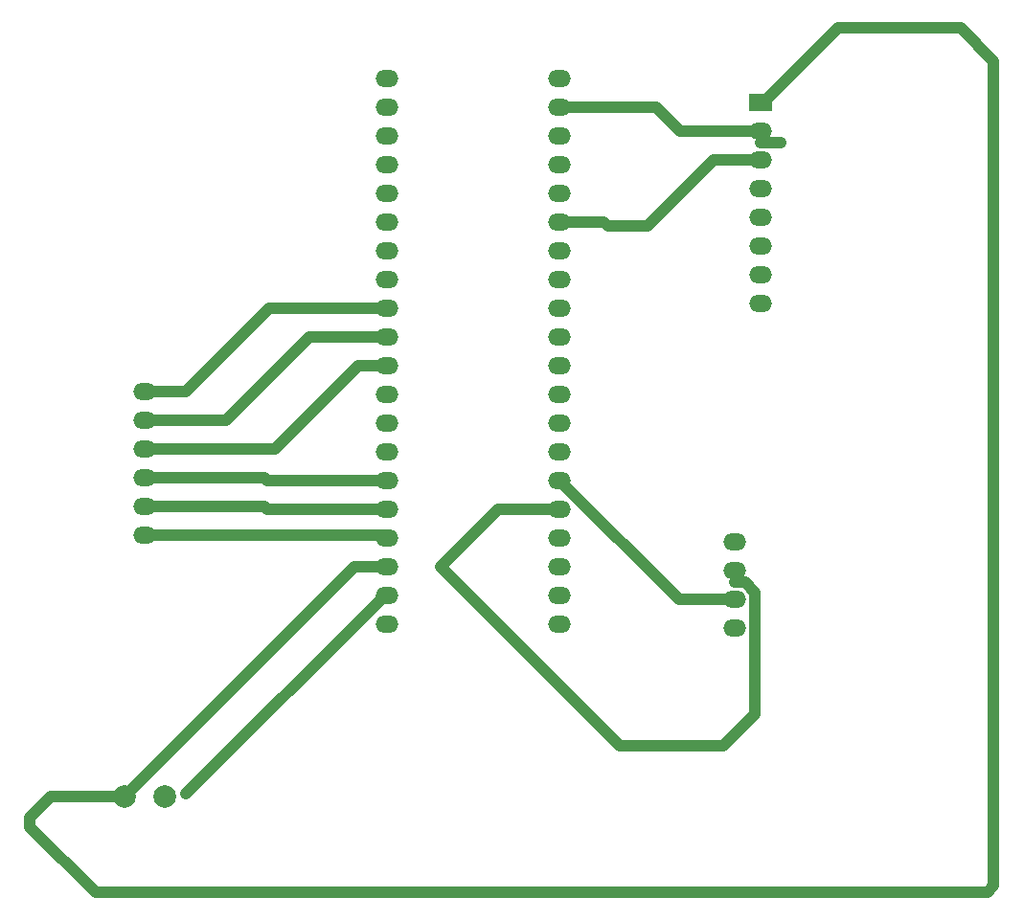
<source format=gbl>
G04*
G04 #@! TF.GenerationSoftware,Altium Limited,Altium Designer,23.9.2 (47)*
G04*
G04 Layer_Physical_Order=2*
G04 Layer_Color=16711680*
%FSLAX44Y44*%
%MOMM*%
G71*
G04*
G04 #@! TF.SameCoordinates,0D2C48F4-CCEE-4C21-8A82-5B4AAA62CE95*
G04*
G04*
G04 #@! TF.FilePolarity,Positive*
G04*
G01*
G75*
%ADD16C,1.0000*%
%ADD17O,2.0000X1.5240*%
%ADD18O,2.0000X1.5240*%
%ADD19R,2.0000X1.5240*%
%ADD20C,2.0000*%
D16*
X943890Y608330D02*
X972820D01*
X1288819Y594280D02*
X1297700Y585400D01*
X947420Y786130D02*
X972820D01*
X656922Y378128D02*
Y386412D01*
X1280160Y594280D02*
X1288819D01*
X1502902Y320040D02*
X1508760Y325898D01*
X863734Y661670D02*
X866274Y659130D01*
X863734Y687070D02*
X866274Y684530D01*
X1125220Y1014730D02*
X1210310D01*
X1231900Y993140D02*
X1303020D01*
Y982900D02*
X1320560D01*
X1261110Y967740D02*
X1303020D01*
X1167759Y909320D02*
X1202690D01*
X1125220Y913130D02*
X1163949D01*
X1167759Y909320D01*
X1202690D02*
X1261110Y967740D01*
X1210310Y1014730D02*
X1231900Y993140D01*
X1305400Y1018540D02*
X1371600Y1084740D01*
X1479390D02*
X1508760Y1055370D01*
X1371600Y1084740D02*
X1479390D01*
X1297700Y477280D02*
Y585400D01*
X1230630Y579120D02*
X1280160D01*
X1070610Y659130D02*
X1125220D01*
X1019810Y608330D02*
X1070610Y659130D01*
X1019810Y608330D02*
X1178560Y449580D01*
X675640Y405130D02*
X740690D01*
X656922Y378128D02*
X715010Y320040D01*
X656922Y386412D02*
X675640Y405130D01*
X758190Y763270D02*
X795020D01*
X868680Y836930D02*
X972820D01*
X758190Y737870D02*
X830580D01*
X904240Y811530D02*
X972820D01*
X795020Y763270D02*
X868680Y836930D01*
X830580Y737870D02*
X904240Y811530D01*
X873760Y712470D02*
X947420Y786130D01*
X758190Y661670D02*
X863734D01*
X758190Y687070D02*
X863734D01*
X758190Y712470D02*
X873760D01*
X866274Y684530D02*
X972820D01*
X866274Y659130D02*
X972820D01*
X758190Y636270D02*
X966482D01*
X740690Y405130D02*
X943890Y608330D01*
X794553Y407043D02*
X970440Y582930D01*
X1125220Y684530D02*
X1230630Y579120D01*
X1178560Y449580D02*
X1270000D01*
X715010Y320040D02*
X1502902D01*
X1270000Y449580D02*
X1297700Y477280D01*
X1508760Y325898D02*
Y1055370D01*
D17*
X1280160Y579120D02*
D03*
Y553720D02*
D03*
Y629920D02*
D03*
Y604520D02*
D03*
X758190Y763270D02*
D03*
Y636270D02*
D03*
Y687070D02*
D03*
Y661670D02*
D03*
Y737870D02*
D03*
Y712470D02*
D03*
D18*
X1125220Y659130D02*
D03*
Y633730D02*
D03*
Y608330D02*
D03*
Y582930D02*
D03*
Y1040130D02*
D03*
Y1014730D02*
D03*
Y963930D02*
D03*
Y938530D02*
D03*
Y913130D02*
D03*
Y887730D02*
D03*
Y862330D02*
D03*
Y836930D02*
D03*
Y684530D02*
D03*
Y709930D02*
D03*
Y735330D02*
D03*
Y760730D02*
D03*
Y786130D02*
D03*
Y811530D02*
D03*
X972820Y659130D02*
D03*
Y633730D02*
D03*
Y582930D02*
D03*
Y1040130D02*
D03*
Y1014730D02*
D03*
Y989330D02*
D03*
Y963930D02*
D03*
Y938530D02*
D03*
Y913130D02*
D03*
Y887730D02*
D03*
Y862330D02*
D03*
Y836930D02*
D03*
Y684530D02*
D03*
Y709930D02*
D03*
Y735330D02*
D03*
Y760730D02*
D03*
Y786130D02*
D03*
Y811530D02*
D03*
X1125220Y989330D02*
D03*
X972820Y557530D02*
D03*
Y608330D02*
D03*
X1125220Y557530D02*
D03*
X1303020Y840740D02*
D03*
Y866140D02*
D03*
Y993140D02*
D03*
Y891540D02*
D03*
Y967740D02*
D03*
Y916940D02*
D03*
Y942340D02*
D03*
D19*
Y1018540D02*
D03*
D20*
X775690Y405130D02*
D03*
X740690D02*
D03*
M02*

</source>
